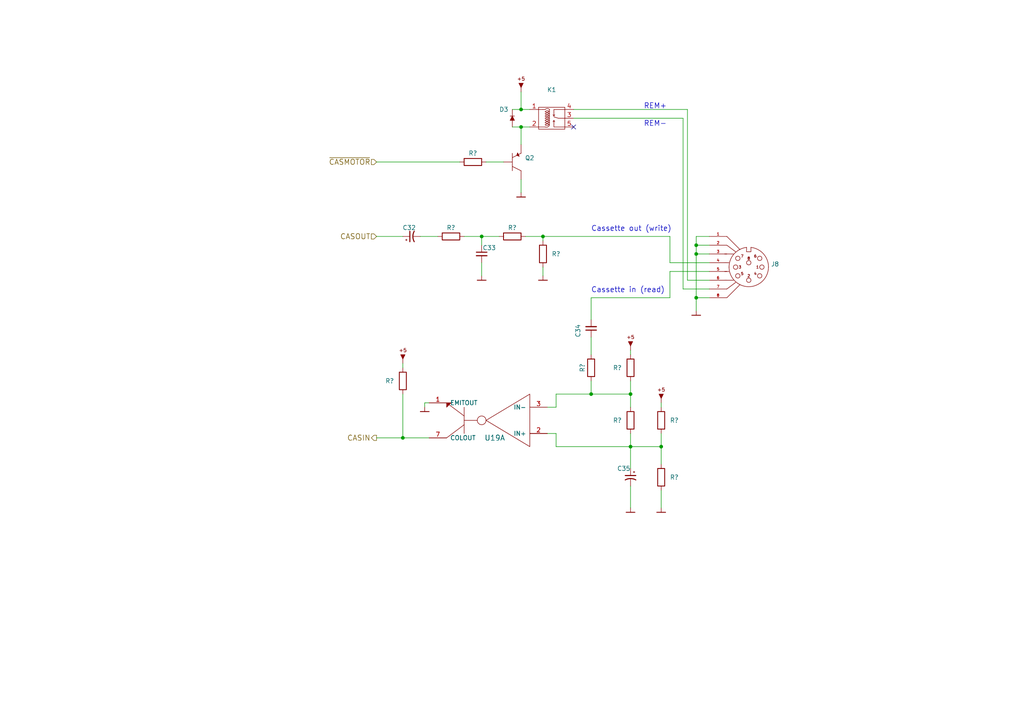
<source format=kicad_sch>
(kicad_sch (version 20211123) (generator eeschema)

  (uuid 90d503cf-92b2-4120-a4b0-03a2eddde893)

  (paper "A4")

  (lib_symbols
    (symbol "artemisa:1N4448" (pin_numbers hide) (pin_names (offset 1.016)) (in_bom yes) (on_board yes)
      (property "Reference" "D" (id 0) (at 0 1.905 0)
        (effects (font (size 1.27 1.27)))
      )
      (property "Value" "1N4448" (id 1) (at 0 -1.905 0)
        (effects (font (size 1.27 1.27)))
      )
      (property "Footprint" "" (id 2) (at 1.27 0 0)
        (effects (font (size 1.524 1.524)) hide)
      )
      (property "Datasheet" "" (id 3) (at 1.27 0 0)
        (effects (font (size 1.524 1.524)) hide)
      )
      (symbol "1N4448_0_1"
        (polyline
          (pts
            (xy 0.635 0.635)
            (xy 0.635 -0.635)
          )
          (stroke (width 0) (type default) (color 0 0 0 0))
          (fill (type none))
        )
        (polyline
          (pts
            (xy -0.635 0.635)
            (xy -0.635 -0.635)
            (xy 0.635 0)
            (xy -0.635 0.635)
          )
          (stroke (width 0) (type default) (color 0 0 0 0))
          (fill (type outline))
        )
      )
      (symbol "1N4448_1_1"
        (pin passive line (at -2.54 0 0) (length 1.905)
          (name "~" (effects (font (size 1.27 1.27))))
          (number "1" (effects (font (size 1.27 1.27))))
        )
        (pin passive line (at 2.54 0 180) (length 1.905)
          (name "~" (effects (font (size 1.27 1.27))))
          (number "2" (effects (font (size 1.27 1.27))))
        )
      )
    )
    (symbol "artemisa:2N2907" (pin_numbers hide) (pin_names (offset 1.016) hide) (in_bom yes) (on_board yes)
      (property "Reference" "Q" (id 0) (at -3.81 3.81 0)
        (effects (font (size 1.27 1.27)))
      )
      (property "Value" "2N2907" (id 1) (at 2.54 0 0)
        (effects (font (size 1.27 1.27)))
      )
      (property "Footprint" "" (id 2) (at 0 0 0)
        (effects (font (size 1.524 1.524)) hide)
      )
      (property "Datasheet" "" (id 3) (at 0 0 0)
        (effects (font (size 1.524 1.524)) hide)
      )
      (symbol "2N2907_1_1"
        (polyline
          (pts
            (xy -2.54 -1.27)
            (xy 0 -2.54)
          )
          (stroke (width 0) (type default) (color 0 0 0 0))
          (fill (type none))
        )
        (polyline
          (pts
            (xy -2.54 1.27)
            (xy 0 2.54)
          )
          (stroke (width 0) (type default) (color 0 0 0 0))
          (fill (type none))
        )
        (polyline
          (pts
            (xy -2.54 2.54)
            (xy -2.54 -2.54)
          )
          (stroke (width 0) (type default) (color 0 0 0 0))
          (fill (type none))
        )
        (polyline
          (pts
            (xy -1.27 -1.905)
            (xy -1.016 -2.667)
            (xy -0.508 -1.651)
            (xy -1.27 -1.905)
          )
          (stroke (width 0) (type default) (color 0 0 0 0))
          (fill (type outline))
        )
        (pin input line (at 0 5.08 270) (length 2.54)
          (name "1C" (effects (font (size 1.27 1.27))))
          (number "1" (effects (font (size 1.27 1.27))))
        )
        (pin input line (at -5.08 0 0) (length 2.54)
          (name "B" (effects (font (size 1.27 1.27))))
          (number "2" (effects (font (size 1.27 1.27))))
        )
        (pin input line (at 0 -5.08 90) (length 2.54)
          (name "E" (effects (font (size 1.27 1.27))))
          (number "3" (effects (font (size 1.27 1.27))))
        )
      )
    )
    (symbol "artemisa:CP" (pin_numbers hide) (pin_names (offset 0.254) hide) (in_bom yes) (on_board yes)
      (property "Reference" "C" (id 0) (at 0.254 1.778 0)
        (effects (font (size 1.27 1.27)) (justify left))
      )
      (property "Value" "CP" (id 1) (at 0.254 -2.032 0)
        (effects (font (size 1.27 1.27)) (justify left))
      )
      (property "Footprint" "" (id 2) (at 0 0 0)
        (effects (font (size 1.27 1.27)) hide)
      )
      (property "Datasheet" "" (id 3) (at 0 0 0)
        (effects (font (size 1.27 1.27)) hide)
      )
      (property "ki_fp_filters" "CP_*" (id 4) (at 0 0 0)
        (effects (font (size 1.27 1.27)) hide)
      )
      (symbol "CP_0_1"
        (polyline
          (pts
            (xy -1.524 0.508)
            (xy 1.524 0.508)
          )
          (stroke (width 0.3048) (type default) (color 0 0 0 0))
          (fill (type none))
        )
        (polyline
          (pts
            (xy -1.27 1.524)
            (xy -0.762 1.524)
          )
          (stroke (width 0) (type default) (color 0 0 0 0))
          (fill (type none))
        )
        (polyline
          (pts
            (xy -1.016 1.27)
            (xy -1.016 1.778)
          )
          (stroke (width 0) (type default) (color 0 0 0 0))
          (fill (type none))
        )
        (arc (start 1.524 -0.762) (mid 0 -0.3734) (end -1.524 -0.762)
          (stroke (width 0.3048) (type default) (color 0 0 0 0))
          (fill (type none))
        )
      )
      (symbol "CP_1_1"
        (pin passive line (at 0 2.54 270) (length 2.032)
          (name "~" (effects (font (size 1.27 1.27))))
          (number "1" (effects (font (size 1.27 1.27))))
        )
        (pin passive line (at 0 -2.54 90) (length 2.032)
          (name "~" (effects (font (size 1.27 1.27))))
          (number "2" (effects (font (size 1.27 1.27))))
        )
      )
    )
    (symbol "artemisa:Cap" (pin_numbers hide) (pin_names (offset 0.254) hide) (in_bom yes) (on_board yes)
      (property "Reference" "C" (id 0) (at 0.254 1.778 0)
        (effects (font (size 1.27 1.27)) (justify left))
      )
      (property "Value" "Cap" (id 1) (at 0.254 -2.032 0)
        (effects (font (size 1.27 1.27)) (justify left))
      )
      (property "Footprint" "" (id 2) (at 0 0 0)
        (effects (font (size 1.27 1.27)) hide)
      )
      (property "Datasheet" "" (id 3) (at 0 0 0)
        (effects (font (size 1.27 1.27)) hide)
      )
      (property "ki_fp_filters" "C_*" (id 4) (at 0 0 0)
        (effects (font (size 1.27 1.27)) hide)
      )
      (symbol "Cap_0_1"
        (polyline
          (pts
            (xy -1.524 -0.508)
            (xy 1.524 -0.508)
          )
          (stroke (width 0.3302) (type default) (color 0 0 0 0))
          (fill (type none))
        )
        (polyline
          (pts
            (xy -1.524 0.508)
            (xy 1.524 0.508)
          )
          (stroke (width 0.3048) (type default) (color 0 0 0 0))
          (fill (type none))
        )
      )
      (symbol "Cap_1_1"
        (pin passive line (at 0 2.54 270) (length 2.032)
          (name "~" (effects (font (size 1.27 1.27))))
          (number "1" (effects (font (size 1.27 1.27))))
        )
        (pin passive line (at 0 -2.54 90) (length 2.032)
          (name "~" (effects (font (size 1.27 1.27))))
          (number "2" (effects (font (size 1.27 1.27))))
        )
      )
    )
    (symbol "artemisa:DIN8" (pin_names (offset 1.27) hide) (in_bom yes) (on_board yes)
      (property "Reference" "J" (id 0) (at 1.905 6.985 0)
        (effects (font (size 1.27 1.27)))
      )
      (property "Value" "DIN8" (id 1) (at 3.81 -6.985 0)
        (effects (font (size 1.27 1.27)))
      )
      (property "Footprint" "" (id 2) (at 0 0 0)
        (effects (font (size 1.27 1.27)) hide)
      )
      (property "Datasheet" "" (id 3) (at 0 0 0)
        (effects (font (size 1.27 1.27)) hide)
      )
      (symbol "DIN8_0_0"
        (polyline
          (pts
            (xy -0.635 5.715)
            (xy -0.635 4.445)
            (xy 0.635 4.445)
            (xy 0.635 5.715)
          )
          (stroke (width 0) (type default) (color 0 0 0 0))
          (fill (type none))
        )
        (text "1" (at 2.54 0 0)
          (effects (font (size 0.762 0.762)))
        )
        (text "2" (at 0 -2.54 0)
          (effects (font (size 0.762 0.762)))
        )
        (text "3" (at -2.54 0 0)
          (effects (font (size 0.762 0.762)))
        )
        (text "4" (at 1.905 -1.905 0)
          (effects (font (size 0.762 0.762)))
        )
        (text "5" (at -1.905 -1.905 0)
          (effects (font (size 0.762 0.762)))
        )
        (text "6" (at 1.905 3.175 0)
          (effects (font (size 0.762 0.762)))
        )
        (text "7" (at -1.905 3.175 0)
          (effects (font (size 0.762 0.762)))
        )
        (text "8" (at 0 2.54 0)
          (effects (font (size 0.762 0.762)))
        )
      )
      (symbol "DIN8_0_1"
        (arc (start -5.715 0) (mid 0 -5.715) (end 5.715 0)
          (stroke (width 0) (type default) (color 0 0 0 0))
          (fill (type none))
        )
        (circle (center -3.81 0) (radius 0.635)
          (stroke (width 0) (type default) (color 0 0 0 0))
          (fill (type none))
        )
        (circle (center -3.175 -2.54) (radius 0.635)
          (stroke (width 0) (type default) (color 0 0 0 0))
          (fill (type none))
        )
        (circle (center -3.175 2.54) (radius 0.635)
          (stroke (width 0) (type default) (color 0 0 0 0))
          (fill (type none))
        )
        (arc (start -0.635 5.715) (mid -4.2603 3.8255) (end -5.715 0)
          (stroke (width 0) (type default) (color 0 0 0 0))
          (fill (type none))
        )
        (circle (center 0 -3.81) (radius 0.635)
          (stroke (width 0) (type default) (color 0 0 0 0))
          (fill (type none))
        )
        (polyline
          (pts
            (xy -6.985 -3.81)
            (xy -4.445 -3.81)
          )
          (stroke (width 0) (type default) (color 0 0 0 0))
          (fill (type none))
        )
        (polyline
          (pts
            (xy -6.985 -1.27)
            (xy -5.715 -1.27)
          )
          (stroke (width 0) (type default) (color 0 0 0 0))
          (fill (type none))
        )
        (polyline
          (pts
            (xy -6.985 1.27)
            (xy -5.715 1.27)
          )
          (stroke (width 0) (type default) (color 0 0 0 0))
          (fill (type none))
        )
        (polyline
          (pts
            (xy -6.985 3.81)
            (xy -4.445 3.81)
          )
          (stroke (width 0) (type default) (color 0 0 0 0))
          (fill (type none))
        )
        (polyline
          (pts
            (xy -6.35 -8.89)
            (xy -2.54 -5.08)
          )
          (stroke (width 0) (type default) (color 0 0 0 0))
          (fill (type none))
        )
        (polyline
          (pts
            (xy -6.35 -6.35)
            (xy -3.81 -4.445)
          )
          (stroke (width 0) (type default) (color 0 0 0 0))
          (fill (type none))
        )
        (polyline
          (pts
            (xy -6.35 6.35)
            (xy -3.81 4.445)
          )
          (stroke (width 0) (type default) (color 0 0 0 0))
          (fill (type none))
        )
        (polyline
          (pts
            (xy -6.35 8.89)
            (xy -2.54 5.08)
          )
          (stroke (width 0) (type default) (color 0 0 0 0))
          (fill (type none))
        )
        (circle (center 0 1.27) (radius 0.635)
          (stroke (width 0) (type default) (color 0 0 0 0))
          (fill (type none))
        )
        (circle (center 3.175 -2.54) (radius 0.635)
          (stroke (width 0) (type default) (color 0 0 0 0))
          (fill (type none))
        )
        (circle (center 3.175 2.54) (radius 0.635)
          (stroke (width 0) (type default) (color 0 0 0 0))
          (fill (type none))
        )
        (circle (center 3.81 0) (radius 0.635)
          (stroke (width 0) (type default) (color 0 0 0 0))
          (fill (type none))
        )
        (arc (start 5.715 0) (mid 4.2698 3.8339) (end 0.635 5.715)
          (stroke (width 0) (type default) (color 0 0 0 0))
          (fill (type none))
        )
      )
      (symbol "DIN8_1_1"
        (pin input line (at -11.43 8.89 0) (length 5.08)
          (name "1" (effects (font (size 1.27 1.27))))
          (number "1" (effects (font (size 0.762 0.762))))
        )
        (pin input line (at -11.43 6.35 0) (length 5.08)
          (name "2" (effects (font (size 1.27 1.27))))
          (number "2" (effects (font (size 0.762 0.762))))
        )
        (pin input line (at -11.43 3.81 0) (length 5.08)
          (name "3" (effects (font (size 1.27 1.27))))
          (number "3" (effects (font (size 0.762 0.762))))
        )
        (pin input line (at -11.43 1.27 0) (length 5.08)
          (name "4" (effects (font (size 1.27 1.27))))
          (number "4" (effects (font (size 0.762 0.762))))
        )
        (pin input line (at -11.43 -1.27 0) (length 5.08)
          (name "5" (effects (font (size 1.27 1.27))))
          (number "5" (effects (font (size 0.762 0.762))))
        )
        (pin input line (at -11.43 -3.81 0) (length 5.08)
          (name "6" (effects (font (size 1.27 1.27))))
          (number "6" (effects (font (size 0.762 0.762))))
        )
        (pin input line (at -11.43 -6.35 0) (length 5.08)
          (name "7" (effects (font (size 1.27 1.27))))
          (number "7" (effects (font (size 0.762 0.762))))
        )
        (pin input line (at -11.43 -8.89 0) (length 5.08)
          (name "8" (effects (font (size 1.27 1.27))))
          (number "8" (effects (font (size 0.762 0.762))))
        )
      )
    )
    (symbol "artemisa:GND" (power) (pin_numbers hide) (pin_names (offset 0) hide) (in_bom yes) (on_board yes)
      (property "Reference" "#PWR" (id 0) (at 0 -2.54 0)
        (effects (font (size 1.524 1.524)) hide)
      )
      (property "Value" "GND" (id 1) (at 0 2.54 0)
        (effects (font (size 1.524 1.524)) hide)
      )
      (property "Footprint" "" (id 2) (at 0 0 0)
        (effects (font (size 1.524 1.524)) hide)
      )
      (property "Datasheet" "" (id 3) (at 0 0 0)
        (effects (font (size 1.524 1.524)) hide)
      )
      (symbol "GND_0_1"
        (polyline
          (pts
            (xy -1.27 -1.27)
            (xy 1.27 -1.27)
          )
          (stroke (width 0.254) (type default) (color 0 0 0 0))
          (fill (type none))
        )
      )
      (symbol "GND_1_1"
        (pin power_in line (at 0 0 270) (length 1.27)
          (name "GND" (effects (font (size 1.27 1.27))))
          (number "~" (effects (font (size 1.27 1.27))))
        )
      )
    )
    (symbol "artemisa:LM311" (pin_names (offset 1.016)) (in_bom yes) (on_board yes)
      (property "Reference" "U" (id 0) (at -6.35 5.08 0)
        (effects (font (size 1.524 1.524)))
      )
      (property "Value" "LM311" (id 1) (at -5.08 -6.35 0)
        (effects (font (size 1.524 1.524)))
      )
      (property "Footprint" "" (id 2) (at 0 0 0)
        (effects (font (size 1.524 1.524)) hide)
      )
      (property "Datasheet" "" (id 3) (at 0 0 0)
        (effects (font (size 1.524 1.524)) hide)
      )
      (symbol "LM311_1_1"
        (polyline
          (pts
            (xy 1.27 0)
            (xy 5.08 0)
          )
          (stroke (width 0) (type default) (color 0 0 0 0))
          (fill (type none))
        )
        (polyline
          (pts
            (xy 5.08 -1.27)
            (xy 10.16 -5.08)
          )
          (stroke (width 0) (type default) (color 0 0 0 0))
          (fill (type none))
        )
        (polyline
          (pts
            (xy 5.08 1.27)
            (xy 10.16 5.08)
          )
          (stroke (width 0) (type default) (color 0 0 0 0))
          (fill (type none))
        )
        (polyline
          (pts
            (xy 5.08 3.81)
            (xy 5.08 -3.81)
          )
          (stroke (width 0) (type default) (color 0 0 0 0))
          (fill (type none))
        )
        (polyline
          (pts
            (xy -1.27 0)
            (xy -13.97 -7.62)
            (xy -13.97 7.62)
            (xy -1.27 0)
          )
          (stroke (width 0) (type default) (color 0 0 0 0))
          (fill (type none))
        )
        (polyline
          (pts
            (xy 10.16 -5.08)
            (xy 10.16 -3.81)
            (xy 8.89 -5.08)
            (xy 10.16 -5.08)
          )
          (stroke (width 0) (type default) (color 0 0 0 0))
          (fill (type outline))
        )
        (circle (center 0 0) (radius 1.27)
          (stroke (width 0) (type default) (color 0 0 0 0))
          (fill (type none))
        )
        (pin passive line (at 15.24 -5.08 180) (length 5.08)
          (name "EMITOUT" (effects (font (size 1.27 1.27))))
          (number "1" (effects (font (size 1.27 1.27))))
        )
        (pin input line (at -19.05 3.81 0) (length 5.08)
          (name "IN+" (effects (font (size 1.27 1.27))))
          (number "2" (effects (font (size 1.27 1.27))))
        )
        (pin input line (at -19.05 -3.81 0) (length 5.08)
          (name "IN-" (effects (font (size 1.27 1.27))))
          (number "3" (effects (font (size 1.27 1.27))))
        )
        (pin no_connect line (at -13.97 -12.7 90) (length 5.08) hide
          (name "BALANCE" (effects (font (size 1.27 1.27))))
          (number "5" (effects (font (size 1.27 1.27))))
        )
        (pin no_connect line (at -13.97 12.7 270) (length 5.08) hide
          (name "BALSTRB" (effects (font (size 1.27 1.27))))
          (number "6" (effects (font (size 1.27 1.27))))
        )
        (pin output line (at 15.24 5.08 180) (length 5.08)
          (name "COLOUT" (effects (font (size 1.27 1.27))))
          (number "7" (effects (font (size 1.27 1.27))))
        )
      )
      (symbol "LM311_2_1"
        (rectangle (start -11.43 -5.08) (end -3.81 5.08)
          (stroke (width 0) (type default) (color 0 0 0 0))
          (fill (type none))
        )
        (pin power_in line (at -7.62 -7.62 90) (length 2.54)
          (name "GND" (effects (font (size 1.27 1.27))))
          (number "4" (effects (font (size 1.27 1.27))))
        )
        (pin power_in line (at -7.62 7.62 270) (length 2.54)
          (name "VCC" (effects (font (size 1.27 1.27))))
          (number "8" (effects (font (size 1.27 1.27))))
        )
      )
    )
    (symbol "artemisa:R" (pin_numbers hide) (pin_names (offset 1.016)) (in_bom yes) (on_board yes)
      (property "Reference" "R" (id 0) (at 0 -2.54 0)
        (effects (font (size 1.524 1.524)))
      )
      (property "Value" "R" (id 1) (at 0 0 0)
        (effects (font (size 1.016 1.016)))
      )
      (property "Footprint" "" (id 2) (at 0 0 90)
        (effects (font (size 1.524 1.524)) hide)
      )
      (property "Datasheet" "" (id 3) (at 0 0 90)
        (effects (font (size 1.524 1.524)) hide)
      )
      (symbol "R_1_1"
        (rectangle (start 2.54 -1.016) (end -2.54 1.016)
          (stroke (width 0.254) (type default) (color 0 0 0 0))
          (fill (type none))
        )
        (pin passive line (at -3.81 0 0) (length 1.27)
          (name "~" (effects (font (size 1.27 1.27))))
          (number "1" (effects (font (size 1.27 1.27))))
        )
        (pin passive line (at 3.81 0 180) (length 1.27)
          (name "~" (effects (font (size 1.27 1.27))))
          (number "2" (effects (font (size 1.27 1.27))))
        )
      )
    )
    (symbol "artemisa:Relay" (pin_names (offset 1.016)) (in_bom yes) (on_board yes)
      (property "Reference" "K" (id 0) (at 0 5.08 0)
        (effects (font (size 1.27 1.27)))
      )
      (property "Value" "Relay" (id 1) (at 0 -5.08 0)
        (effects (font (size 1.27 1.27)))
      )
      (property "Footprint" "" (id 2) (at 0.635 1.27 0)
        (effects (font (size 1.27 1.27)) hide)
      )
      (property "Datasheet" "" (id 3) (at 0.635 1.27 0)
        (effects (font (size 1.27 1.27)) hide)
      )
      (symbol "Relay_0_1"
        (rectangle (start -3.81 3.175) (end 3.81 -3.175)
          (stroke (width 0) (type default) (color 0 0 0 0))
          (fill (type none))
        )
        (arc (start -1.905 -2.54) (mid -1.1194 -2.5285) (end -0.635 -1.905)
          (stroke (width 0) (type default) (color 0 0 0 0))
          (fill (type none))
        )
        (arc (start -1.905 1.905) (mid -1.0575 1.7892) (end -0.635 2.54)
          (stroke (width 0) (type default) (color 0 0 0 0))
          (fill (type none))
        )
        (arc (start -0.635 1.905) (mid -1.27 2.168) (end -1.905 1.905)
          (stroke (width 0) (type default) (color 0 0 0 0))
          (fill (type none))
        )
        (arc (start -0.635 2.54) (mid -1.27 2.803) (end -1.905 2.54)
          (stroke (width 0) (type default) (color 0 0 0 0))
          (fill (type none))
        )
        (polyline
          (pts
            (xy -2.54 2.54)
            (xy -3.81 2.54)
          )
          (stroke (width 0) (type default) (color 0 0 0 0))
          (fill (type none))
        )
        (polyline
          (pts
            (xy -1.905 -2.54)
            (xy -3.81 -2.54)
          )
          (stroke (width 0) (type default) (color 0 0 0 0))
          (fill (type none))
        )
        (polyline
          (pts
            (xy -1.905 2.54)
            (xy -2.54 2.54)
          )
          (stroke (width 0) (type default) (color 0 0 0 0))
          (fill (type none))
        )
        (polyline
          (pts
            (xy 0.635 -0.635)
            (xy 0.381 -1.016)
          )
          (stroke (width 0) (type default) (color 0 0 0 0))
          (fill (type none))
        )
        (polyline
          (pts
            (xy 0.635 -0.635)
            (xy 0.889 -1.016)
          )
          (stroke (width 0) (type default) (color 0 0 0 0))
          (fill (type none))
        )
        (polyline
          (pts
            (xy 0.635 0.381)
            (xy 1.905 0)
          )
          (stroke (width 0) (type default) (color 0 0 0 0))
          (fill (type none))
        )
        (polyline
          (pts
            (xy 0.635 0.635)
            (xy 0.381 1.016)
          )
          (stroke (width 0) (type default) (color 0 0 0 0))
          (fill (type none))
        )
        (polyline
          (pts
            (xy 0.635 0.635)
            (xy 0.889 1.016)
          )
          (stroke (width 0) (type default) (color 0 0 0 0))
          (fill (type none))
        )
        (polyline
          (pts
            (xy 1.905 0)
            (xy 2.54 0)
          )
          (stroke (width 0) (type default) (color 0 0 0 0))
          (fill (type none))
        )
        (polyline
          (pts
            (xy 2.54 0)
            (xy 3.81 0)
          )
          (stroke (width 0) (type default) (color 0 0 0 0))
          (fill (type none))
        )
        (polyline
          (pts
            (xy 0.635 -0.635)
            (xy 0.635 -2.54)
            (xy 3.81 -2.54)
          )
          (stroke (width 0) (type default) (color 0 0 0 0))
          (fill (type none))
        )
        (polyline
          (pts
            (xy 0.635 0.635)
            (xy 0.635 2.54)
            (xy 3.81 2.54)
          )
          (stroke (width 0) (type default) (color 0 0 0 0))
          (fill (type none))
        )
      )
      (symbol "Relay_1_1"
        (arc (start -1.905 -1.905) (mid -1.0575 -2.0208) (end -0.635 -1.27)
          (stroke (width 0) (type default) (color 0 0 0 0))
          (fill (type none))
        )
        (arc (start -1.905 -1.27) (mid -1.0575 -1.3858) (end -0.635 -0.635)
          (stroke (width 0) (type default) (color 0 0 0 0))
          (fill (type none))
        )
        (arc (start -1.905 -0.635) (mid -1.0575 -0.7508) (end -0.635 0)
          (stroke (width 0) (type default) (color 0 0 0 0))
          (fill (type none))
        )
        (arc (start -1.905 0) (mid -1.0575 -0.1158) (end -0.635 0.635)
          (stroke (width 0) (type default) (color 0 0 0 0))
          (fill (type none))
        )
        (arc (start -1.905 0.635) (mid -1.0575 0.5192) (end -0.635 1.27)
          (stroke (width 0) (type default) (color 0 0 0 0))
          (fill (type none))
        )
        (arc (start -1.905 1.27) (mid -1.0575 1.1542) (end -0.635 1.905)
          (stroke (width 0) (type default) (color 0 0 0 0))
          (fill (type none))
        )
        (arc (start -0.635 -1.905) (mid -1.27 -1.642) (end -1.905 -1.905)
          (stroke (width 0) (type default) (color 0 0 0 0))
          (fill (type none))
        )
        (arc (start -0.635 -1.27) (mid -1.27 -1.007) (end -1.905 -1.27)
          (stroke (width 0) (type default) (color 0 0 0 0))
          (fill (type none))
        )
        (arc (start -0.635 -0.635) (mid -1.27 -0.372) (end -1.905 -0.635)
          (stroke (width 0) (type default) (color 0 0 0 0))
          (fill (type none))
        )
        (arc (start -0.635 0) (mid -1.27 0.263) (end -1.905 0)
          (stroke (width 0) (type default) (color 0 0 0 0))
          (fill (type none))
        )
        (arc (start -0.635 0.635) (mid -1.27 0.898) (end -1.905 0.635)
          (stroke (width 0) (type default) (color 0 0 0 0))
          (fill (type none))
        )
        (arc (start -0.635 1.27) (mid -1.27 1.533) (end -1.905 1.27)
          (stroke (width 0) (type default) (color 0 0 0 0))
          (fill (type none))
        )
        (pin input line (at -6.35 2.54 0) (length 2.54)
          (name "~" (effects (font (size 1.27 1.27))))
          (number "1" (effects (font (size 1.27 1.27))))
        )
        (pin input line (at -6.35 -2.54 0) (length 2.54)
          (name "~" (effects (font (size 1.27 1.27))))
          (number "2" (effects (font (size 1.27 1.27))))
        )
        (pin passive line (at 6.35 0 180) (length 2.54)
          (name "~" (effects (font (size 1.27 1.27))))
          (number "3" (effects (font (size 1.27 1.27))))
        )
        (pin passive line (at 6.35 2.54 180) (length 2.54)
          (name "~" (effects (font (size 1.27 1.27))))
          (number "4" (effects (font (size 1.27 1.27))))
        )
        (pin passive line (at 6.35 -2.54 180) (length 2.54)
          (name "~" (effects (font (size 1.27 1.27))))
          (number "5" (effects (font (size 1.27 1.27))))
        )
      )
    )
    (symbol "artemisa:VCC" (power) (pin_numbers hide) (pin_names (offset 0) hide) (in_bom yes) (on_board yes)
      (property "Reference" "#PWR" (id 0) (at 0 -1.27 0)
        (effects (font (size 1.524 1.524)) hide)
      )
      (property "Value" "VCC" (id 1) (at 0 6.35 0)
        (effects (font (size 1.524 1.524)) hide)
      )
      (property "Footprint" "" (id 2) (at 0 0 0)
        (effects (font (size 1.524 1.524)) hide)
      )
      (property "Datasheet" "" (id 3) (at 0 0 0)
        (effects (font (size 1.524 1.524)) hide)
      )
      (symbol "VCC_0_0"
        (text "+5" (at 0 3.81 0)
          (effects (font (size 1.016 1.016)))
        )
      )
      (symbol "VCC_0_1"
        (polyline
          (pts
            (xy 0 1.27)
            (xy 0.635 2.54)
            (xy -0.635 2.54)
            (xy 0 1.27)
          )
          (stroke (width 0) (type default) (color 0 0 0 0))
          (fill (type outline))
        )
      )
      (symbol "VCC_1_1"
        (pin power_in line (at 0 0 90) (length 1.27)
          (name "~" (effects (font (size 1.27 1.27))))
          (number "~" (effects (font (size 1.27 1.27))))
        )
      )
    )
  )

  (junction (at 191.77 129.54) (diameter 0) (color 0 0 0 0)
    (uuid 105d44ff-63b9-4299-9078-473af583971a)
  )
  (junction (at 201.93 73.66) (diameter 0) (color 0 0 0 0)
    (uuid 25625d99-d45f-4b2f-9e62-009a122611f4)
  )
  (junction (at 201.93 86.36) (diameter 0) (color 0 0 0 0)
    (uuid 2edc487e-09a5-4e4e-9675-a7b323f56380)
  )
  (junction (at 182.88 129.54) (diameter 0) (color 0 0 0 0)
    (uuid 341e67eb-d5e1-4cb7-9d11-5aa4ab832a2a)
  )
  (junction (at 201.93 71.12) (diameter 0) (color 0 0 0 0)
    (uuid 44e77d57-d16f-4723-a95f-1ac45276c458)
  )
  (junction (at 139.7 68.58) (diameter 0) (color 0 0 0 0)
    (uuid 45484f82-420e-44d0-a58e-382bb939dac5)
  )
  (junction (at 151.13 36.83) (diameter 0) (color 0 0 0 0)
    (uuid 4b534cd1-c414-4029-9164-e46766faf60e)
  )
  (junction (at 157.48 68.58) (diameter 0) (color 0 0 0 0)
    (uuid 59ee13a4-660e-47e2-a73a-01cfe11439e9)
  )
  (junction (at 182.88 114.3) (diameter 0) (color 0 0 0 0)
    (uuid 909d0bdd-8a15-40f2-9dfd-be4a5d2d6b25)
  )
  (junction (at 151.13 31.75) (diameter 0) (color 0 0 0 0)
    (uuid 9c2a29da-c83f-4ec8-bbcf-9d775812af04)
  )
  (junction (at 171.45 114.3) (diameter 0) (color 0 0 0 0)
    (uuid c1c05ce7-1c25-4382-b3b9-d3ec327783d4)
  )
  (junction (at 116.84 127) (diameter 0) (color 0 0 0 0)
    (uuid d04eabf5-018b-4006-a739-ce16277681b7)
  )

  (no_connect (at 166.37 36.83) (uuid cfcae4a3-5d05-48fe-9a5f-9dcd4da4bd65))

  (wire (pts (xy 191.77 129.54) (xy 191.77 134.62))
    (stroke (width 0) (type default) (color 0 0 0 0))
    (uuid 017667a9-f5de-49c7-af53-4f9af2f3a311)
  )
  (wire (pts (xy 199.39 31.75) (xy 166.37 31.75))
    (stroke (width 0) (type default) (color 0 0 0 0))
    (uuid 02289c61-13df-495e-a809-03e3a71bb201)
  )
  (wire (pts (xy 182.88 110.49) (xy 182.88 114.3))
    (stroke (width 0) (type default) (color 0 0 0 0))
    (uuid 02491520-945f-40c4-9160-4e5db9ac115d)
  )
  (wire (pts (xy 201.93 86.36) (xy 201.93 90.17))
    (stroke (width 0) (type default) (color 0 0 0 0))
    (uuid 100847e3-630c-4c13-ba45-180e92370805)
  )
  (wire (pts (xy 134.62 68.58) (xy 139.7 68.58))
    (stroke (width 0) (type default) (color 0 0 0 0))
    (uuid 15a5a11b-0ea1-4f6e-b356-cc2d530615ed)
  )
  (wire (pts (xy 151.13 31.75) (xy 148.59 31.75))
    (stroke (width 0) (type default) (color 0 0 0 0))
    (uuid 19a5aacd-255a-4bf3-89c1-efd2ab61016c)
  )
  (wire (pts (xy 123.19 116.84) (xy 123.19 118.11))
    (stroke (width 0) (type default) (color 0 0 0 0))
    (uuid 1ae3634a-f90f-4c6a-8ba7-b38f98d4ccb2)
  )
  (wire (pts (xy 157.48 77.47) (xy 157.48 80.01))
    (stroke (width 0) (type default) (color 0 0 0 0))
    (uuid 24fd922c-d488-4d61-b6dc-9d3e359ccc82)
  )
  (wire (pts (xy 151.13 31.75) (xy 153.67 31.75))
    (stroke (width 0) (type default) (color 0 0 0 0))
    (uuid 27e3c71f-5a63-4710-8adf-b600b805ce02)
  )
  (wire (pts (xy 205.74 81.28) (xy 199.39 81.28))
    (stroke (width 0) (type default) (color 0 0 0 0))
    (uuid 2cb05d43-df82-498c-aae1-4b1a0a350f82)
  )
  (wire (pts (xy 109.22 127) (xy 116.84 127))
    (stroke (width 0) (type default) (color 0 0 0 0))
    (uuid 3382bf79-b686-4aeb-9419-c8ab591662bb)
  )
  (wire (pts (xy 140.97 46.99) (xy 146.05 46.99))
    (stroke (width 0) (type default) (color 0 0 0 0))
    (uuid 3388a811-b444-4ecc-a564-b22a1b731ab4)
  )
  (wire (pts (xy 151.13 36.83) (xy 151.13 41.91))
    (stroke (width 0) (type default) (color 0 0 0 0))
    (uuid 3dbc1b14-20e2-4dcb-8347-d33c13d3f0e0)
  )
  (wire (pts (xy 161.29 125.73) (xy 158.75 125.73))
    (stroke (width 0) (type default) (color 0 0 0 0))
    (uuid 3e011a46-81bd-4ecd-b93e-57dffb1143e5)
  )
  (wire (pts (xy 171.45 114.3) (xy 171.45 110.49))
    (stroke (width 0) (type default) (color 0 0 0 0))
    (uuid 4198eb99-d244-457e-8768-395280df1a66)
  )
  (wire (pts (xy 205.74 78.74) (xy 194.31 78.74))
    (stroke (width 0) (type default) (color 0 0 0 0))
    (uuid 44a8a96b-3053-4222-9241-aa484f5ebe13)
  )
  (wire (pts (xy 121.92 68.58) (xy 127 68.58))
    (stroke (width 0) (type default) (color 0 0 0 0))
    (uuid 4b042b6c-c042-4cf1-ba6e-bd77c51dbedb)
  )
  (wire (pts (xy 139.7 68.58) (xy 144.78 68.58))
    (stroke (width 0) (type default) (color 0 0 0 0))
    (uuid 4c144ffa-02d0-42da-aef1-f5175cbde9c0)
  )
  (wire (pts (xy 182.88 114.3) (xy 171.45 114.3))
    (stroke (width 0) (type default) (color 0 0 0 0))
    (uuid 4c6a1dad-7acf-4a52-99b0-316025d1ab04)
  )
  (wire (pts (xy 151.13 52.07) (xy 151.13 55.88))
    (stroke (width 0) (type default) (color 0 0 0 0))
    (uuid 5160b3d5-0622-412f-84ed-9900be82a5a6)
  )
  (wire (pts (xy 171.45 86.36) (xy 171.45 92.71))
    (stroke (width 0) (type default) (color 0 0 0 0))
    (uuid 53ae21b8-f187-4817-8c27-1f06278d249b)
  )
  (wire (pts (xy 205.74 71.12) (xy 201.93 71.12))
    (stroke (width 0) (type default) (color 0 0 0 0))
    (uuid 5626e5e1-59f4-4773-828e-16057ddc3518)
  )
  (wire (pts (xy 116.84 105.41) (xy 116.84 106.68))
    (stroke (width 0) (type default) (color 0 0 0 0))
    (uuid 56f0a67a-a93a-477a-9778-70fe2cfeeb5a)
  )
  (wire (pts (xy 194.31 78.74) (xy 194.31 86.36))
    (stroke (width 0) (type default) (color 0 0 0 0))
    (uuid 586ec748-563a-478a-82db-706fb951336a)
  )
  (wire (pts (xy 153.67 36.83) (xy 151.13 36.83))
    (stroke (width 0) (type default) (color 0 0 0 0))
    (uuid 5fba7ff8-02f1-4ac0-93c4-5bd7becbcf63)
  )
  (wire (pts (xy 182.88 129.54) (xy 161.29 129.54))
    (stroke (width 0) (type default) (color 0 0 0 0))
    (uuid 64269ac3-771b-4c0d-91e0-eafc3dc4a07f)
  )
  (wire (pts (xy 205.74 83.82) (xy 198.12 83.82))
    (stroke (width 0) (type default) (color 0 0 0 0))
    (uuid 6999550c-f78a-4aae-9243-1b3881f5bb3b)
  )
  (wire (pts (xy 133.35 46.99) (xy 109.22 46.99))
    (stroke (width 0) (type default) (color 0 0 0 0))
    (uuid 6e508bf2-c65e-4107-867d-a3cf9a86c69e)
  )
  (wire (pts (xy 191.77 142.24) (xy 191.77 147.32))
    (stroke (width 0) (type default) (color 0 0 0 0))
    (uuid 7043f61a-4f1e-4cab-9031-a6449e41a893)
  )
  (wire (pts (xy 194.31 68.58) (xy 194.31 76.2))
    (stroke (width 0) (type default) (color 0 0 0 0))
    (uuid 717b25a7-c9c2-4f6f-b744-a96113325c99)
  )
  (wire (pts (xy 201.93 68.58) (xy 201.93 71.12))
    (stroke (width 0) (type default) (color 0 0 0 0))
    (uuid 7700fef1-de5b-4197-be2d-18385e1e18f9)
  )
  (wire (pts (xy 124.46 127) (xy 116.84 127))
    (stroke (width 0) (type default) (color 0 0 0 0))
    (uuid 78a228c9-bbf0-49cf-b917-2dec23b390df)
  )
  (wire (pts (xy 157.48 68.58) (xy 157.48 69.85))
    (stroke (width 0) (type default) (color 0 0 0 0))
    (uuid 7ce4aab5-8271-4432-a4b1-bff168293b45)
  )
  (wire (pts (xy 171.45 102.87) (xy 171.45 97.79))
    (stroke (width 0) (type default) (color 0 0 0 0))
    (uuid 7d2422a2-6679-4b2f-b253-47eef0da2414)
  )
  (wire (pts (xy 199.39 81.28) (xy 199.39 31.75))
    (stroke (width 0) (type default) (color 0 0 0 0))
    (uuid 8202d57b-d5d2-4a80-8c03-3c6bdbbd1ddf)
  )
  (wire (pts (xy 171.45 114.3) (xy 161.29 114.3))
    (stroke (width 0) (type default) (color 0 0 0 0))
    (uuid 83d85a81-e014-4ee9-9433-a9a045c80893)
  )
  (wire (pts (xy 152.4 68.58) (xy 157.48 68.58))
    (stroke (width 0) (type default) (color 0 0 0 0))
    (uuid 86143bb0-7899-4df8-b1df-baa3c0ac7889)
  )
  (wire (pts (xy 182.88 101.6) (xy 182.88 102.87))
    (stroke (width 0) (type default) (color 0 0 0 0))
    (uuid 897277a3-b7ce-4d18-8c5f-1c984a246298)
  )
  (wire (pts (xy 139.7 68.58) (xy 139.7 71.12))
    (stroke (width 0) (type default) (color 0 0 0 0))
    (uuid 8afe1dbf-1187-4362-8af8-a90ca839a6b3)
  )
  (wire (pts (xy 116.84 68.58) (xy 109.22 68.58))
    (stroke (width 0) (type default) (color 0 0 0 0))
    (uuid 90f2ca05-313f-4af8-87b1-a8109224a221)
  )
  (wire (pts (xy 194.31 76.2) (xy 205.74 76.2))
    (stroke (width 0) (type default) (color 0 0 0 0))
    (uuid 9404ce4c-2ce6-4f88-8062-13577800d257)
  )
  (wire (pts (xy 182.88 140.97) (xy 182.88 147.32))
    (stroke (width 0) (type default) (color 0 0 0 0))
    (uuid a08c061a-7f5b-4909-b673-0d0a59a012a3)
  )
  (wire (pts (xy 198.12 83.82) (xy 198.12 34.29))
    (stroke (width 0) (type default) (color 0 0 0 0))
    (uuid a2a33a3d-c501-4e33-b67b-7d07ef8aa4a7)
  )
  (wire (pts (xy 182.88 125.73) (xy 182.88 129.54))
    (stroke (width 0) (type default) (color 0 0 0 0))
    (uuid a43f2e19-4e11-4e86-a12a-58a691d6df28)
  )
  (wire (pts (xy 182.88 114.3) (xy 182.88 118.11))
    (stroke (width 0) (type default) (color 0 0 0 0))
    (uuid a46a2b22-69cf-45fb-b1d2-32ac89bbd3c8)
  )
  (wire (pts (xy 191.77 129.54) (xy 182.88 129.54))
    (stroke (width 0) (type default) (color 0 0 0 0))
    (uuid a819bf9a-0c8b-443a-b488-e5f1395d77ad)
  )
  (wire (pts (xy 201.93 73.66) (xy 201.93 86.36))
    (stroke (width 0) (type default) (color 0 0 0 0))
    (uuid abe3c03e-744a-4406-8e50-6a10745f0c43)
  )
  (wire (pts (xy 161.29 129.54) (xy 161.29 125.73))
    (stroke (width 0) (type default) (color 0 0 0 0))
    (uuid b1240f00-ec43-4c0b-9a41-43264db8a893)
  )
  (wire (pts (xy 161.29 118.11) (xy 158.75 118.11))
    (stroke (width 0) (type default) (color 0 0 0 0))
    (uuid b5d84bc0-4d9a-4d1d-a476-5c6b51309fca)
  )
  (wire (pts (xy 116.84 114.3) (xy 116.84 127))
    (stroke (width 0) (type default) (color 0 0 0 0))
    (uuid bc204c79-0619-4b16-889d-335bfdd71ce0)
  )
  (wire (pts (xy 201.93 71.12) (xy 201.93 73.66))
    (stroke (width 0) (type default) (color 0 0 0 0))
    (uuid bcfbc157-43ce-49f7-bd18-6a9e2f2f30a3)
  )
  (wire (pts (xy 171.45 86.36) (xy 194.31 86.36))
    (stroke (width 0) (type default) (color 0 0 0 0))
    (uuid c0c62e93-8e84-4f2b-96ae-e90b55e0550a)
  )
  (wire (pts (xy 139.7 76.2) (xy 139.7 80.01))
    (stroke (width 0) (type default) (color 0 0 0 0))
    (uuid c8b93f12-bc5c-4ce5-b954-377d903895f1)
  )
  (wire (pts (xy 205.74 86.36) (xy 201.93 86.36))
    (stroke (width 0) (type default) (color 0 0 0 0))
    (uuid d23840a6-3c61-45ca-968a-bc57332fd7a4)
  )
  (wire (pts (xy 151.13 36.83) (xy 148.59 36.83))
    (stroke (width 0) (type default) (color 0 0 0 0))
    (uuid d33c6077-a8ec-48ca-b0e0-97f3539ef54c)
  )
  (wire (pts (xy 191.77 125.73) (xy 191.77 129.54))
    (stroke (width 0) (type default) (color 0 0 0 0))
    (uuid d8d71ad3-6fd1-4a98-9c1f-70c4fbf3d1d1)
  )
  (wire (pts (xy 191.77 116.84) (xy 191.77 118.11))
    (stroke (width 0) (type default) (color 0 0 0 0))
    (uuid de438bc3-2eba-4b9f-95e9-35ce5db157f6)
  )
  (wire (pts (xy 151.13 26.67) (xy 151.13 31.75))
    (stroke (width 0) (type default) (color 0 0 0 0))
    (uuid de588ed9-a530-46f0-aa03-e0307ff72286)
  )
  (wire (pts (xy 124.46 116.84) (xy 123.19 116.84))
    (stroke (width 0) (type default) (color 0 0 0 0))
    (uuid ed612f6d-67c1-4198-976d-84139f8d99bc)
  )
  (wire (pts (xy 157.48 68.58) (xy 194.31 68.58))
    (stroke (width 0) (type default) (color 0 0 0 0))
    (uuid f2c43eeb-76da-49f4-b8e6-cd74ebb3190b)
  )
  (wire (pts (xy 198.12 34.29) (xy 166.37 34.29))
    (stroke (width 0) (type default) (color 0 0 0 0))
    (uuid f6a5cab3-78e5-4acf-8c67-f401df2846d0)
  )
  (wire (pts (xy 205.74 68.58) (xy 201.93 68.58))
    (stroke (width 0) (type default) (color 0 0 0 0))
    (uuid f87a4771-a0a7-489f-9d85-4574dbea71cc)
  )
  (wire (pts (xy 205.74 73.66) (xy 201.93 73.66))
    (stroke (width 0) (type default) (color 0 0 0 0))
    (uuid f931f973-5615-451c-bb04-9a02aede6e6f)
  )
  (wire (pts (xy 182.88 129.54) (xy 182.88 135.89))
    (stroke (width 0) (type default) (color 0 0 0 0))
    (uuid fcb4f52a-a6cb-4ca0-970a-4c8a2c0f3942)
  )
  (wire (pts (xy 161.29 114.3) (xy 161.29 118.11))
    (stroke (width 0) (type default) (color 0 0 0 0))
    (uuid fe9bdc33-eab1-4bdc-9603-57decb38d2a2)
  )

  (text "Cassette out (write)" (at 171.45 67.31 0)
    (effects (font (size 1.524 1.524)) (justify left bottom))
    (uuid 2ad4b4ba-3abd-4313-bed9-1edce936a95e)
  )
  (text "REM+" (at 186.69 31.75 0)
    (effects (font (size 1.524 1.524)) (justify left bottom))
    (uuid 2f4c659c-2ccb-4fb1-808e-7868af588a89)
  )
  (text "REM-" (at 186.69 36.83 0)
    (effects (font (size 1.524 1.524)) (justify left bottom))
    (uuid 37f8ba3f-cca4-4b16-b699-07a704844fc9)
  )
  (text "Cassette in (read)" (at 171.45 85.09 0)
    (effects (font (size 1.524 1.524)) (justify left bottom))
    (uuid cd2580a0-9e4c-4895-a13c-3b2ee33bafc4)
  )

  (hierarchical_label "~{CASMOTOR}" (shape input) (at 109.22 46.99 180)
    (effects (font (size 1.524 1.524)) (justify right))
    (uuid 056788ec-4ecf-4826-b996-bd884a6442a0)
  )
  (hierarchical_label "CASIN" (shape output) (at 109.22 127 180)
    (effects (font (size 1.524 1.524)) (justify right))
    (uuid 80b9a57f-3326-43ca-b6ca-5e911992b3c4)
  )
  (hierarchical_label "CASOUT" (shape input) (at 109.22 68.58 180)
    (effects (font (size 1.524 1.524)) (justify right))
    (uuid b5cea0b5-192f-476b-a3c8-0c26e2231699)
  )

  (symbol (lib_id "artemisa:CP") (at 119.38 68.58 90) (unit 1)
    (in_bom yes) (on_board yes)
    (uuid 00000000-0000-0000-0000-00005b11a155)
    (property "Reference" "C32" (id 0) (at 120.65 66.04 90)
      (effects (font (size 1.27 1.27)) (justify left))
    )
    (property "Value" "" (id 1) (at 120.65 71.12 90)
      (effects (font (size 1.27 1.27)) (justify left))
    )
    (property "Footprint" "" (id 2) (at 119.38 68.58 0)
      (effects (font (size 1.27 1.27)) hide)
    )
    (property "Datasheet" "" (id 3) (at 119.38 68.58 0)
      (effects (font (size 1.27 1.27)) hide)
    )
    (pin "1" (uuid 73872e39-ae4d-44e4-b9c1-d79891d9d4d4))
    (pin "2" (uuid 6311912c-38c9-4819-91b4-41931ccb7cc5))
  )

  (symbol (lib_id "artemisa:R") (at 130.81 68.58 180) (unit 1)
    (in_bom yes) (on_board yes)
    (uuid 00000000-0000-0000-0000-00005b11a1ea)
    (property "Reference" "R?" (id 0) (at 130.81 66.04 0))
    (property "Value" "" (id 1) (at 132.08 68.58 0)
      (effects (font (size 0.9906 0.9906)) (justify left))
    )
    (property "Footprint" "" (id 2) (at 130.81 68.58 0)
      (effects (font (size 1.27 1.27)) hide)
    )
    (property "Datasheet" "" (id 3) (at 130.81 68.58 0)
      (effects (font (size 1.27 1.27)) hide)
    )
    (pin "1" (uuid fe9e9f21-2e7d-4a1f-9cf8-dbb5f94d13c1))
    (pin "2" (uuid 267be05a-0275-4937-bf0c-a7a54781ce5a))
  )

  (symbol (lib_id "artemisa:Cap") (at 139.7 73.66 0) (unit 1)
    (in_bom yes) (on_board yes)
    (uuid 00000000-0000-0000-0000-00005b11a2b9)
    (property "Reference" "C33" (id 0) (at 139.954 71.882 0)
      (effects (font (size 1.27 1.27)) (justify left))
    )
    (property "Value" "" (id 1) (at 139.954 75.692 0)
      (effects (font (size 1.27 1.27)) (justify left))
    )
    (property "Footprint" "" (id 2) (at 139.7 73.66 0)
      (effects (font (size 1.27 1.27)) hide)
    )
    (property "Datasheet" "" (id 3) (at 139.7 73.66 0)
      (effects (font (size 1.27 1.27)) hide)
    )
    (pin "1" (uuid a7928873-604e-41b4-8f3c-a9332a26491c))
    (pin "2" (uuid 772b2560-c224-4933-9225-40be66422908))
  )

  (symbol (lib_id "artemisa:R") (at 148.59 68.58 180) (unit 1)
    (in_bom yes) (on_board yes)
    (uuid 00000000-0000-0000-0000-00005b11a382)
    (property "Reference" "R?" (id 0) (at 148.59 66.04 0))
    (property "Value" "" (id 1) (at 149.86 68.58 0)
      (effects (font (size 0.9906 0.9906)) (justify left))
    )
    (property "Footprint" "" (id 2) (at 148.59 68.58 0)
      (effects (font (size 1.27 1.27)) hide)
    )
    (property "Datasheet" "" (id 3) (at 148.59 68.58 0)
      (effects (font (size 1.27 1.27)) hide)
    )
    (pin "1" (uuid aa6ef6ac-68c2-4840-9d51-c5640cd77ca8))
    (pin "2" (uuid 19cec2a5-b60e-466c-a462-027339cdd498))
  )

  (symbol (lib_id "artemisa:R") (at 157.48 73.66 90) (unit 1)
    (in_bom yes) (on_board yes)
    (uuid 00000000-0000-0000-0000-00005b11a3ca)
    (property "Reference" "R?" (id 0) (at 161.29 73.66 90))
    (property "Value" "" (id 1) (at 157.48 74.93 0)
      (effects (font (size 0.9906 0.9906)) (justify left))
    )
    (property "Footprint" "" (id 2) (at 157.48 73.66 0)
      (effects (font (size 1.27 1.27)) hide)
    )
    (property "Datasheet" "" (id 3) (at 157.48 73.66 0)
      (effects (font (size 1.27 1.27)) hide)
    )
    (pin "1" (uuid 76d9ca26-93f4-45a6-a893-a23ea5569a70))
    (pin "2" (uuid 0520d68c-bdec-4d10-8756-c63de315da38))
  )

  (symbol (lib_id "artemisa:LM311") (at 139.7 121.92 180) (unit 1)
    (in_bom yes) (on_board yes)
    (uuid 00000000-0000-0000-0000-00005b13bc96)
    (property "Reference" "U19" (id 0) (at 143.51 127 0)
      (effects (font (size 1.524 1.524)))
    )
    (property "Value" "" (id 1) (at 144.78 115.57 0)
      (effects (font (size 1.524 1.524)))
    )
    (property "Footprint" "" (id 2) (at 139.7 121.92 0)
      (effects (font (size 1.524 1.524)) hide)
    )
    (property "Datasheet" "" (id 3) (at 139.7 121.92 0)
      (effects (font (size 1.524 1.524)) hide)
    )
    (pin "1" (uuid 1f29d2e6-7cd1-4d55-a840-cbd748f8e68f))
    (pin "2" (uuid 158550de-1466-4574-adf7-871a4f192a4e))
    (pin "3" (uuid 3e308dc9-2a7e-453c-9c0d-ed6716a1e4ef))
    (pin "5" (uuid 0661954e-f25b-4f99-a409-ca063613e2b5))
    (pin "6" (uuid b36fe0b5-bec7-4179-a8f9-f7d791244aaa))
    (pin "7" (uuid 6a72c50c-7d61-40e1-9db3-e13eee38f0d7))
    (pin "4" (uuid 1e7a3df3-1564-4fca-a73a-2e1c26f2240d))
    (pin "8" (uuid 5ed93df5-0550-4f68-8138-6b58ec386db8))
  )

  (symbol (lib_id "artemisa:R") (at 116.84 110.49 270) (mirror x) (unit 1)
    (in_bom yes) (on_board yes)
    (uuid 00000000-0000-0000-0000-00005b13bdd4)
    (property "Reference" "R?" (id 0) (at 113.03 110.49 90))
    (property "Value" "" (id 1) (at 116.84 110.49 0)
      (effects (font (size 0.9906 0.9906)))
    )
    (property "Footprint" "" (id 2) (at 116.84 110.49 0)
      (effects (font (size 1.27 1.27)) hide)
    )
    (property "Datasheet" "" (id 3) (at 116.84 110.49 0)
      (effects (font (size 1.27 1.27)) hide)
    )
    (pin "1" (uuid 1b045f10-2695-4131-ad5a-92fba9bb2b89))
    (pin "2" (uuid 80aba698-f856-4622-a82a-3c7395930a26))
  )

  (symbol (lib_id "artemisa:R") (at 182.88 121.92 90) (mirror x) (unit 1)
    (in_bom yes) (on_board yes)
    (uuid 00000000-0000-0000-0000-00005b13c12f)
    (property "Reference" "R?" (id 0) (at 179.07 121.92 90))
    (property "Value" "" (id 1) (at 182.88 121.92 0)
      (effects (font (size 0.9906 0.9906)))
    )
    (property "Footprint" "" (id 2) (at 182.88 121.92 0)
      (effects (font (size 1.27 1.27)) hide)
    )
    (property "Datasheet" "" (id 3) (at 182.88 121.92 0)
      (effects (font (size 1.27 1.27)) hide)
    )
    (pin "1" (uuid fad1a70b-66b0-4f20-86d8-daec3418c997))
    (pin "2" (uuid 693758c0-e8d0-4612-bd48-760fa3b657da))
  )

  (symbol (lib_id "artemisa:CP") (at 182.88 138.43 0) (mirror y) (unit 1)
    (in_bom yes) (on_board yes)
    (uuid 00000000-0000-0000-0000-00005b13c2f1)
    (property "Reference" "C35" (id 0) (at 182.88 135.89 0)
      (effects (font (size 1.27 1.27)) (justify left))
    )
    (property "Value" "" (id 1) (at 182.88 140.97 0)
      (effects (font (size 1.27 1.27)) (justify left))
    )
    (property "Footprint" "" (id 2) (at 182.88 138.43 0)
      (effects (font (size 1.27 1.27)) hide)
    )
    (property "Datasheet" "" (id 3) (at 182.88 138.43 0)
      (effects (font (size 1.27 1.27)) hide)
    )
    (pin "1" (uuid cdd161f0-22d1-4053-9a0b-ffab3a54d82f))
    (pin "2" (uuid 5569ffb9-3194-4ed5-a115-e717546fbbd5))
  )

  (symbol (lib_id "artemisa:R") (at 191.77 121.92 270) (mirror x) (unit 1)
    (in_bom yes) (on_board yes)
    (uuid 00000000-0000-0000-0000-00005b13c484)
    (property "Reference" "R?" (id 0) (at 195.58 121.92 90))
    (property "Value" "" (id 1) (at 191.77 121.92 0)
      (effects (font (size 0.9906 0.9906)))
    )
    (property "Footprint" "" (id 2) (at 191.77 121.92 0)
      (effects (font (size 1.27 1.27)) hide)
    )
    (property "Datasheet" "" (id 3) (at 191.77 121.92 0)
      (effects (font (size 1.27 1.27)) hide)
    )
    (pin "1" (uuid b5459239-bbba-4698-9494-ff8aed069c28))
    (pin "2" (uuid 271396f2-2847-47d1-bb55-41a773d0e0d6))
  )

  (symbol (lib_id "artemisa:R") (at 191.77 138.43 270) (mirror x) (unit 1)
    (in_bom yes) (on_board yes)
    (uuid 00000000-0000-0000-0000-00005b13c501)
    (property "Reference" "R?" (id 0) (at 195.58 138.43 90))
    (property "Value" "" (id 1) (at 191.77 138.43 0)
      (effects (font (size 0.9906 0.9906)))
    )
    (property "Footprint" "" (id 2) (at 191.77 138.43 0)
      (effects (font (size 1.27 1.27)) hide)
    )
    (property "Datasheet" "" (id 3) (at 191.77 138.43 0)
      (effects (font (size 1.27 1.27)) hide)
    )
    (pin "1" (uuid 8fc2e36b-243b-47e2-890e-f3a8d0cb9deb))
    (pin "2" (uuid efca2809-2036-46b8-8545-a5bdd08b5301))
  )

  (symbol (lib_id "artemisa:Cap") (at 171.45 95.25 0) (mirror x) (unit 1)
    (in_bom yes) (on_board yes)
    (uuid 00000000-0000-0000-0000-00005b13c72e)
    (property "Reference" "C34" (id 0) (at 167.64 93.98 90)
      (effects (font (size 1.27 1.27)) (justify left))
    )
    (property "Value" "" (id 1) (at 175.26 92.71 90)
      (effects (font (size 1.27 1.27)) (justify left))
    )
    (property "Footprint" "" (id 2) (at 171.45 95.25 0)
      (effects (font (size 1.27 1.27)) hide)
    )
    (property "Datasheet" "" (id 3) (at 171.45 95.25 0)
      (effects (font (size 1.27 1.27)) hide)
    )
    (pin "1" (uuid 72140a8f-2088-44fc-93d1-40511c6ac353))
    (pin "2" (uuid 507ddcf1-9cbb-4b45-975b-709e12df4ebb))
  )

  (symbol (lib_id "artemisa:R") (at 171.45 106.68 90) (mirror x) (unit 1)
    (in_bom yes) (on_board yes)
    (uuid 00000000-0000-0000-0000-00005b13cba2)
    (property "Reference" "R?" (id 0) (at 168.91 106.68 0))
    (property "Value" "" (id 1) (at 171.45 106.68 0)
      (effects (font (size 0.9906 0.9906)))
    )
    (property "Footprint" "" (id 2) (at 171.45 106.68 0)
      (effects (font (size 1.27 1.27)) hide)
    )
    (property "Datasheet" "" (id 3) (at 171.45 106.68 0)
      (effects (font (size 1.27 1.27)) hide)
    )
    (pin "1" (uuid 66a63530-21d0-4c46-9871-3b13e24c24f3))
    (pin "2" (uuid 4cb73d54-77e7-453b-a17a-2f3ae460d5f4))
  )

  (symbol (lib_id "artemisa:R") (at 182.88 106.68 270) (mirror x) (unit 1)
    (in_bom yes) (on_board yes)
    (uuid 00000000-0000-0000-0000-00005b13cc4b)
    (property "Reference" "R?" (id 0) (at 179.07 106.68 90))
    (property "Value" "" (id 1) (at 182.88 106.68 0)
      (effects (font (size 0.9906 0.9906)))
    )
    (property "Footprint" "" (id 2) (at 182.88 106.68 0)
      (effects (font (size 1.27 1.27)) hide)
    )
    (property "Datasheet" "" (id 3) (at 182.88 106.68 0)
      (effects (font (size 1.27 1.27)) hide)
    )
    (pin "1" (uuid e4c8997f-0e4e-473d-84d3-edfc0a922603))
    (pin "2" (uuid f0e1c089-c805-4c36-a781-0522715b0167))
  )

  (symbol (lib_id "artemisa:VCC") (at 116.84 105.41 0) (unit 1)
    (in_bom yes) (on_board yes)
    (uuid 00000000-0000-0000-0000-00005c2dc4c4)
    (property "Reference" "#PWR0122" (id 0) (at 116.84 106.68 0)
      (effects (font (size 1.524 1.524)) hide)
    )
    (property "Value" "" (id 1) (at 116.84 99.06 0)
      (effects (font (size 1.524 1.524)) hide)
    )
    (property "Footprint" "" (id 2) (at 116.84 105.41 0)
      (effects (font (size 1.524 1.524)) hide)
    )
    (property "Datasheet" "" (id 3) (at 116.84 105.41 0)
      (effects (font (size 1.524 1.524)) hide)
    )
    (pin "~" (uuid c50299e9-9259-4a70-896e-dc1c1b1ee1d5))
  )

  (symbol (lib_id "artemisa:VCC") (at 191.77 116.84 0) (unit 1)
    (in_bom yes) (on_board yes)
    (uuid 00000000-0000-0000-0000-00005c2dc552)
    (property "Reference" "#PWR0123" (id 0) (at 191.77 118.11 0)
      (effects (font (size 1.524 1.524)) hide)
    )
    (property "Value" "" (id 1) (at 191.77 110.49 0)
      (effects (font (size 1.524 1.524)) hide)
    )
    (property "Footprint" "" (id 2) (at 191.77 116.84 0)
      (effects (font (size 1.524 1.524)) hide)
    )
    (property "Datasheet" "" (id 3) (at 191.77 116.84 0)
      (effects (font (size 1.524 1.524)) hide)
    )
    (pin "~" (uuid 021b2d69-a9cd-4da6-96cb-34c5471ab313))
  )

  (symbol (lib_id "artemisa:VCC") (at 182.88 101.6 0) (unit 1)
    (in_bom yes) (on_board yes)
    (uuid 00000000-0000-0000-0000-00005c2dc58e)
    (property "Reference" "#PWR0121" (id 0) (at 182.88 102.87 0)
      (effects (font (size 1.524 1.524)) hide)
    )
    (property "Value" "" (id 1) (at 182.88 95.25 0)
      (effects (font (size 1.524 1.524)) hide)
    )
    (property "Footprint" "" (id 2) (at 182.88 101.6 0)
      (effects (font (size 1.524 1.524)) hide)
    )
    (property "Datasheet" "" (id 3) (at 182.88 101.6 0)
      (effects (font (size 1.524 1.524)) hide)
    )
    (pin "~" (uuid 1f9097e7-c345-4ea0-87cd-6931bd3e5e20))
  )

  (symbol (lib_id "artemisa:GND") (at 201.93 90.17 0) (unit 1)
    (in_bom yes) (on_board yes)
    (uuid 00000000-0000-0000-0000-00005c2dc5d0)
    (property "Reference" "#PWR0120" (id 0) (at 201.93 92.71 0)
      (effects (font (size 1.524 1.524)) hide)
    )
    (property "Value" "" (id 1) (at 201.93 87.63 0)
      (effects (font (size 1.524 1.524)) hide)
    )
    (property "Footprint" "" (id 2) (at 201.93 90.17 0)
      (effects (font (size 1.524 1.524)) hide)
    )
    (property "Datasheet" "" (id 3) (at 201.93 90.17 0)
      (effects (font (size 1.524 1.524)) hide)
    )
    (pin "~" (uuid c90c7496-e357-4196-84e1-b6422a13a023))
  )

  (symbol (lib_id "artemisa:GND") (at 123.19 118.11 0) (unit 1)
    (in_bom yes) (on_board yes)
    (uuid 00000000-0000-0000-0000-00005c2dc6ba)
    (property "Reference" "#PWR0124" (id 0) (at 123.19 120.65 0)
      (effects (font (size 1.524 1.524)) hide)
    )
    (property "Value" "" (id 1) (at 123.19 115.57 0)
      (effects (font (size 1.524 1.524)) hide)
    )
    (property "Footprint" "" (id 2) (at 123.19 118.11 0)
      (effects (font (size 1.524 1.524)) hide)
    )
    (property "Datasheet" "" (id 3) (at 123.19 118.11 0)
      (effects (font (size 1.524 1.524)) hide)
    )
    (pin "~" (uuid c3d693bb-8b79-4c4c-8f6d-fcf59053a0c7))
  )

  (symbol (lib_id "artemisa:GND") (at 182.88 147.32 0) (unit 1)
    (in_bom yes) (on_board yes)
    (uuid 00000000-0000-0000-0000-00005c2dc6e5)
    (property "Reference" "#PWR0125" (id 0) (at 182.88 149.86 0)
      (effects (font (size 1.524 1.524)) hide)
    )
    (property "Value" "" (id 1) (at 182.88 144.78 0)
      (effects (font (size 1.524 1.524)) hide)
    )
    (property "Footprint" "" (id 2) (at 182.88 147.32 0)
      (effects (font (size 1.524 1.524)) hide)
    )
    (property "Datasheet" "" (id 3) (at 182.88 147.32 0)
      (effects (font (size 1.524 1.524)) hide)
    )
    (pin "~" (uuid 452c8d75-aa5e-4c5d-b7f7-07aa48bbf245))
  )

  (symbol (lib_id "artemisa:GND") (at 191.77 147.32 0) (unit 1)
    (in_bom yes) (on_board yes)
    (uuid 00000000-0000-0000-0000-00005c2dc710)
    (property "Reference" "#PWR0126" (id 0) (at 191.77 149.86 0)
      (effects (font (size 1.524 1.524)) hide)
    )
    (property "Value" "" (id 1) (at 191.77 144.78 0)
      (effects (font (size 1.524 1.524)) hide)
    )
    (property "Footprint" "" (id 2) (at 191.77 147.32 0)
      (effects (font (size 1.524 1.524)) hide)
    )
    (property "Datasheet" "" (id 3) (at 191.77 147.32 0)
      (effects (font (size 1.524 1.524)) hide)
    )
    (pin "~" (uuid abc0decb-50d4-4467-9412-db8d85ff63ff))
  )

  (symbol (lib_id "artemisa:GND") (at 139.7 80.01 0) (unit 1)
    (in_bom yes) (on_board yes)
    (uuid 00000000-0000-0000-0000-00005c2dcc78)
    (property "Reference" "#PWR0118" (id 0) (at 139.7 82.55 0)
      (effects (font (size 1.524 1.524)) hide)
    )
    (property "Value" "" (id 1) (at 139.7 77.47 0)
      (effects (font (size 1.524 1.524)) hide)
    )
    (property "Footprint" "" (id 2) (at 139.7 80.01 0)
      (effects (font (size 1.524 1.524)) hide)
    )
    (property "Datasheet" "" (id 3) (at 139.7 80.01 0)
      (effects (font (size 1.524 1.524)) hide)
    )
    (pin "~" (uuid 1088c273-6236-415b-85a3-3a7f49436fe6))
  )

  (symbol (lib_id "artemisa:GND") (at 157.48 80.01 0) (unit 1)
    (in_bom yes) (on_board yes)
    (uuid 00000000-0000-0000-0000-00005c2dcca3)
    (property "Reference" "#PWR0119" (id 0) (at 157.48 82.55 0)
      (effects (font (size 1.524 1.524)) hide)
    )
    (property "Value" "" (id 1) (at 157.48 77.47 0)
      (effects (font (size 1.524 1.524)) hide)
    )
    (property "Footprint" "" (id 2) (at 157.48 80.01 0)
      (effects (font (size 1.524 1.524)) hide)
    )
    (property "Datasheet" "" (id 3) (at 157.48 80.01 0)
      (effects (font (size 1.524 1.524)) hide)
    )
    (pin "~" (uuid 5d69439c-bbdc-43f5-bd41-c6169c74e2f5))
  )

  (symbol (lib_id "artemisa:DIN8") (at 217.17 77.47 0) (unit 1)
    (in_bom yes) (on_board yes)
    (uuid 00000000-0000-0000-0000-00005c3aed09)
    (property "Reference" "J8" (id 0) (at 223.5962 76.6064 0)
      (effects (font (size 1.27 1.27)) (justify left))
    )
    (property "Value" "" (id 1) (at 223.5962 78.9178 0)
      (effects (font (size 1.27 1.27)) (justify left))
    )
    (property "Footprint" "" (id 2) (at 217.17 77.47 0)
      (effects (font (size 1.27 1.27)) hide)
    )
    (property "Datasheet" "" (id 3) (at 217.17 77.47 0)
      (effects (font (size 1.27 1.27)) hide)
    )
    (pin "1" (uuid c457d6bc-d372-4e5a-9060-512765531115))
    (pin "2" (uuid c898c915-89f5-4003-9fb8-8b0c3f06dfe7))
    (pin "3" (uuid de4d9514-3cb5-4e56-aa34-9a36cc7ab2fb))
    (pin "4" (uuid 883e7763-c7c3-4085-8e36-b949c37033d0))
    (pin "5" (uuid 917b5326-3ee0-4010-87d4-41a23aedd531))
    (pin "6" (uuid 03d91a1d-a585-47a4-99f9-06bc1c5af887))
    (pin "7" (uuid 3b82d8e3-a040-434a-9991-6271f6273782))
    (pin "8" (uuid 96597868-124d-4a3c-974d-f269e7248232))
  )

  (symbol (lib_id "artemisa:Relay") (at 160.02 34.29 0) (unit 1)
    (in_bom yes) (on_board yes)
    (uuid 00000000-0000-0000-0000-00005d20e168)
    (property "Reference" "K1" (id 0) (at 160.02 26.035 0))
    (property "Value" "" (id 1) (at 160.02 28.3464 0))
    (property "Footprint" "" (id 2) (at 160.655 33.02 0)
      (effects (font (size 1.27 1.27)) hide)
    )
    (property "Datasheet" "" (id 3) (at 160.655 33.02 0)
      (effects (font (size 1.27 1.27)) hide)
    )
    (pin "1" (uuid 03493525-9e42-4edf-a568-7919892a473f))
    (pin "2" (uuid 053c8083-a9af-4404-9cbb-5f2f2c004e29))
    (pin "3" (uuid a5c7abb9-628b-4db0-9244-e209be576760))
    (pin "4" (uuid 7dfadc2c-0002-4536-9a16-40d98cd244d0))
    (pin "5" (uuid c3e774d4-dedc-494a-89d3-3634a87fe5fb))
  )

  (symbol (lib_id "artemisa:VCC") (at 151.13 26.67 0) (unit 1)
    (in_bom yes) (on_board yes)
    (uuid 00000000-0000-0000-0000-00005d212e29)
    (property "Reference" "#PWR0116" (id 0) (at 151.13 27.94 0)
      (effects (font (size 1.524 1.524)) hide)
    )
    (property "Value" "" (id 1) (at 151.13 20.32 0)
      (effects (font (size 1.524 1.524)) hide)
    )
    (property "Footprint" "" (id 2) (at 151.13 26.67 0)
      (effects (font (size 1.524 1.524)) hide)
    )
    (property "Datasheet" "" (id 3) (at 151.13 26.67 0)
      (effects (font (size 1.524 1.524)) hide)
    )
    (pin "~" (uuid 538ab23b-56dc-41b1-84f0-d71d488e9061))
  )

  (symbol (lib_id "artemisa:1N4448") (at 148.59 34.29 90) (unit 1)
    (in_bom yes) (on_board yes)
    (uuid 00000000-0000-0000-0000-00005d214902)
    (property "Reference" "D3" (id 0) (at 144.78 31.75 90)
      (effects (font (size 1.27 1.27)) (justify right))
    )
    (property "Value" "" (id 1) (at 139.7 35.56 90)
      (effects (font (size 1.27 1.27)) (justify right))
    )
    (property "Footprint" "" (id 2) (at 148.59 33.02 0)
      (effects (font (size 1.524 1.524)) hide)
    )
    (property "Datasheet" "" (id 3) (at 148.59 33.02 0)
      (effects (font (size 1.524 1.524)) hide)
    )
    (pin "1" (uuid 3b6f4330-bdb8-40df-a620-2777b9dcf025))
    (pin "2" (uuid 7457f92b-d768-49d2-a7c7-6385146769b6))
  )

  (symbol (lib_id "artemisa:R") (at 137.16 46.99 180) (unit 1)
    (in_bom yes) (on_board yes)
    (uuid 00000000-0000-0000-0000-00005d21a3e1)
    (property "Reference" "R?" (id 0) (at 137.16 44.45 0))
    (property "Value" "" (id 1) (at 138.43 46.99 0)
      (effects (font (size 0.9906 0.9906)) (justify left))
    )
    (property "Footprint" "" (id 2) (at 137.16 46.99 0)
      (effects (font (size 1.27 1.27)) hide)
    )
    (property "Datasheet" "" (id 3) (at 137.16 46.99 0)
      (effects (font (size 1.27 1.27)) hide)
    )
    (pin "1" (uuid fa029060-e57f-4aa6-a571-1f23e687032b))
    (pin "2" (uuid a5bd6a24-c5c1-4715-81cc-bb0140eee476))
  )

  (symbol (lib_id "artemisa:GND") (at 151.13 55.88 0) (unit 1)
    (in_bom yes) (on_board yes)
    (uuid 00000000-0000-0000-0000-00005d21f398)
    (property "Reference" "#PWR0117" (id 0) (at 151.13 58.42 0)
      (effects (font (size 1.524 1.524)) hide)
    )
    (property "Value" "" (id 1) (at 151.13 53.34 0)
      (effects (font (size 1.524 1.524)) hide)
    )
    (property "Footprint" "" (id 2) (at 151.13 55.88 0)
      (effects (font (size 1.524 1.524)) hide)
    )
    (property "Datasheet" "" (id 3) (at 151.13 55.88 0)
      (effects (font (size 1.524 1.524)) hide)
    )
    (pin "~" (uuid d5e4e58b-7952-4a1a-a314-48163f58401a))
  )

  (symbol (lib_id "artemisa:2N2907") (at 151.13 46.99 0) (mirror x) (unit 1)
    (in_bom yes) (on_board yes)
    (uuid 00000000-0000-0000-0000-00005d26e046)
    (property "Reference" "Q2" (id 0) (at 152.2476 45.8216 0)
      (effects (font (size 1.27 1.27)) (justify left))
    )
    (property "Value" "" (id 1) (at 152.2476 48.133 0)
      (effects (font (size 1.27 1.27)) (justify left))
    )
    (property "Footprint" "" (id 2) (at 151.13 46.99 0)
      (effects (font (size 1.524 1.524)) hide)
    )
    (property "Datasheet" "" (id 3) (at 151.13 46.99 0)
      (effects (font (size 1.524 1.524)) hide)
    )
    (pin "1" (uuid adffe7bf-3d92-4a46-b38a-4af65fbd0352))
    (pin "2" (uuid 9354e3c1-baf3-4fb1-ad89-26708e92f2f3))
    (pin "3" (uuid 8f769b74-1b51-4a11-b217-f7821e4b85b4))
  )
)

</source>
